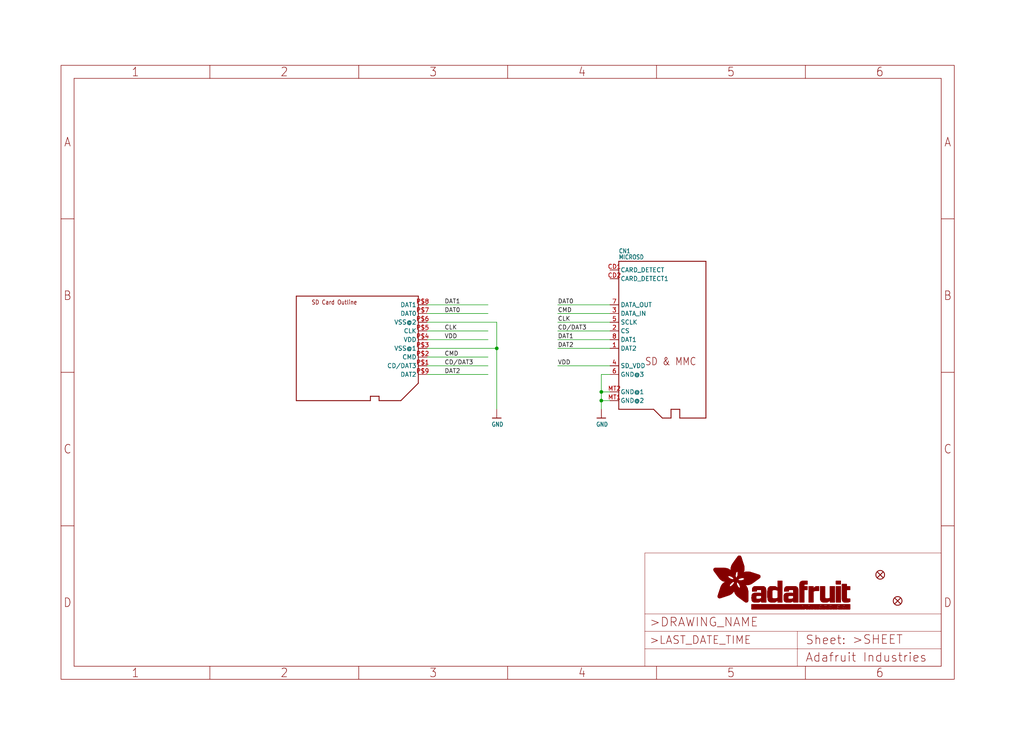
<source format=kicad_sch>
(kicad_sch (version 20211123) (generator eeschema)
  (paper "User" 298.45 217.881)
  (lib_symbols
    (symbol "schematicEagle-eagle-import:FIDUCIAL1X2.5")
    (symbol "schematicEagle-eagle-import:FRAME_A4_ADAFRUIT"
      (symbol "FRAME_A4_ADAFRUIT_0_0"
        (text "1" (at 21.6958 1.905 0) (effects (font (size 2.54 2.286))))
        (text "1" (at 21.6958 177.165 0) (effects (font (size 2.54 2.286))))
        (text "2" (at 65.0875 1.905 0) (effects (font (size 2.54 2.286))))
        (text "2" (at 65.0875 177.165 0) (effects (font (size 2.54 2.286))))
        (text "3" (at 108.4792 1.905 0) (effects (font (size 2.54 2.286))))
        (text "3" (at 108.4792 177.165 0) (effects (font (size 2.54 2.286))))
        (text "4" (at 151.8708 1.905 0) (effects (font (size 2.54 2.286))))
        (text "4" (at 151.8708 177.165 0) (effects (font (size 2.54 2.286))))
        (text "5" (at 195.2625 1.905 0) (effects (font (size 2.54 2.286))))
        (text "5" (at 195.2625 177.165 0) (effects (font (size 2.54 2.286))))
        (text "6" (at 238.6542 1.905 0) (effects (font (size 2.54 2.286))))
        (text "6" (at 238.6542 177.165 0) (effects (font (size 2.54 2.286))))
        (text "A" (at 1.905 156.6863 0) (effects (font (size 2.54 2.286))))
        (text "A" (at 258.445 156.6863 0) (effects (font (size 2.54 2.286))))
        (text "B" (at 1.905 111.9188 0) (effects (font (size 2.54 2.286))))
        (text "B" (at 258.445 111.9188 0) (effects (font (size 2.54 2.286))))
        (text "C" (at 1.905 67.1513 0) (effects (font (size 2.54 2.286))))
        (text "C" (at 258.445 67.1513 0) (effects (font (size 2.54 2.286))))
        (text "D" (at 1.905 22.3838 0) (effects (font (size 2.54 2.286))))
        (text "D" (at 258.445 22.3838 0) (effects (font (size 2.54 2.286))))
      )
      (symbol "FRAME_A4_ADAFRUIT_1_0"
        (text ">DRAWING_NAME" (at 171.45 15.24 0) (effects (font (size 2.54 2.54)) (justify left bottom)))
        (text ">LAST_DATE_TIME" (at 171.45 10.16 0) (effects (font (size 2.286 2.286)) (justify left bottom)))
        (text ">SHEET" (at 230.505 10.16 0) (effects (font (size 2.54 2.54)) (justify left bottom)))
        (text "Adafruit Industries" (at 216.916 4.953 0) (effects (font (size 2.54 2.54)) (justify left bottom)))
        (text "Sheet:" (at 216.916 10.033 0) (effects (font (size 2.54 2.54)) (justify left bottom)))
      )
    )
    (symbol "schematicEagle-eagle-import:GND" (power)
      (property "Value" "GND" (at -1.524 -2.54 0))
      (symbol "GND_1_0"
        (pin power_in line (at 0 2.54 270) (length 2.54) (name "GND") (number "1"))
      )
    )
    (symbol "schematicEagle-eagle-import:MICROSD"
      (property "Reference" "CN" (at -12.7 22.606 0))
      (property "Value" "MICROSD" (at -12.7 20.828 0))
      (symbol "MICROSD_1_0"
        (text "SD & MMC" (at -5.08 -10.16 0) (effects (font (size 2.1844 1.8567)) (justify left bottom)))
        (pin bidirectional line (at -15.24 -5.08 0) (length 2.54) (name "DAT2") (number "1"))
        (pin input line (at -15.24 0 0) (length 2.54) (name "CS") (number "2"))
        (pin input line (at -15.24 5.08 0) (length 2.54) (name "DATA_IN") (number "3"))
        (pin power_in line (at -15.24 -10.16 0) (length 2.54) (name "SD_VDD") (number "4"))
        (pin input line (at -15.24 2.54 0) (length 2.54) (name "SCLK") (number "5"))
        (pin power_in line (at -15.24 -12.7 0) (length 2.54) (name "GND@3") (number "6"))
        (pin output line (at -15.24 7.62 0) (length 2.54) (name "DATA_OUT") (number "7"))
        (pin bidirectional line (at -15.24 -2.54 0) (length 2.54) (name "DAT1") (number "8"))
        (pin passive line (at -15.24 17.78 0) (length 2.54) (name "CARD_DETECT") (number "CD1"))
        (pin passive line (at -15.24 15.24 0) (length 2.54) (name "CARD_DETECT1") (number "CD2"))
        (pin power_in line (at -15.24 -20.32 0) (length 2.54) (name "GND@2") (number "MT1"))
        (pin power_in line (at -15.24 -17.78 0) (length 2.54) (name "GND@1") (number "MT2"))
      )
    )
    (symbol "schematicEagle-eagle-import:SDCARD_PCBCARRIERTDOCU"
      (symbol "SDCARD_PCBCARRIERTDOCU_1_0"
        (text "SD Card Outline" (at 0 12.7 0) (effects (font (size 1.27 1.0795)) (justify left bottom)))
        (pin bidirectional line (at -20.32 -5.08 0) (length 2.54) (name "CD/DAT3") (number "P$1"))
        (pin bidirectional line (at -20.32 -2.54 0) (length 2.54) (name "CMD") (number "P$2"))
        (pin power_in line (at -20.32 0 0) (length 2.54) (name "VSS@1") (number "P$3"))
        (pin power_in line (at -20.32 2.54 0) (length 2.54) (name "VDD") (number "P$4"))
        (pin bidirectional line (at -20.32 5.08 0) (length 2.54) (name "CLK") (number "P$5"))
        (pin power_in line (at -20.32 7.62 0) (length 2.54) (name "VSS@2") (number "P$6"))
        (pin bidirectional line (at -20.32 10.16 0) (length 2.54) (name "DAT0") (number "P$7"))
        (pin bidirectional line (at -20.32 12.7 0) (length 2.54) (name "DAT1") (number "P$8"))
        (pin bidirectional line (at -20.32 -7.62 0) (length 2.54) (name "DAT2") (number "P$9"))
      )
    )
  )
  (junction (at 144.78 101.6))
  (junction (at 175.26 114.3))
  (junction (at 175.26 116.84))
  (wire (pts (xy 177.8 109.22) (xy 175.26 109.22)))
  (wire (pts (xy 177.8 93.98) (xy 162.56 93.98)))
  (wire (pts (xy 124.46 101.6) (xy 144.78 101.6)))
  (wire (pts (xy 177.8 99.06) (xy 162.56 99.06)))
  (wire (pts (xy 124.46 88.9) (xy 142.24 88.9)))
  (wire (pts (xy 124.46 109.22) (xy 142.24 109.22)))
  (wire (pts (xy 124.46 93.98) (xy 144.78 93.98)))
  (wire (pts (xy 177.8 101.6) (xy 162.56 101.6)))
  (wire (pts (xy 175.26 114.3) (xy 175.26 116.84)))
  (wire (pts (xy 177.8 88.9) (xy 162.56 88.9)))
  (wire (pts (xy 177.8 96.52) (xy 162.56 96.52)))
  (wire (pts (xy 144.78 93.98) (xy 144.78 101.6)))
  (wire (pts (xy 177.8 91.44) (xy 162.56 91.44)))
  (wire (pts (xy 124.46 104.14) (xy 142.24 104.14)))
  (wire (pts (xy 175.26 109.22) (xy 175.26 114.3)))
  (wire (pts (xy 124.46 91.44) (xy 142.24 91.44)))
  (wire (pts (xy 177.8 106.68) (xy 162.56 106.68)))
  (wire (pts (xy 144.78 101.6) (xy 144.78 119.38)))
  (wire (pts (xy 124.46 99.06) (xy 142.24 99.06)))
  (wire (pts (xy 124.46 96.52) (xy 142.24 96.52)))
  (wire (pts (xy 175.26 116.84) (xy 175.26 119.38)))
  (wire (pts (xy 124.46 106.68) (xy 142.24 106.68)))
  (wire (pts (xy 177.8 116.84) (xy 175.26 116.84)))
  (wire (pts (xy 177.8 114.3) (xy 175.26 114.3)))
  (label "CLK" (at 129.54 96.52 0) (effects (font (size 1.2446 1.2446))))
  (label "DAT2" (at 129.54 109.22 0) (effects (font (size 1.2446 1.2446))))
  (label "DAT0" (at 162.56 88.9 0) (effects (font (size 1.2446 1.2446))))
  (label "DAT1" (at 129.54 88.9 0) (effects (font (size 1.2446 1.2446))))
  (label "CD/DAT3" (at 162.56 96.52 0) (effects (font (size 1.2446 1.2446))))
  (label "VDD" (at 129.54 99.06 0) (effects (font (size 1.2446 1.2446))))
  (label "DAT1" (at 162.56 99.06 0) (effects (font (size 1.2446 1.2446))))
  (label "VDD" (at 162.56 106.68 0) (effects (font (size 1.2446 1.2446))))
  (label "DAT0" (at 129.54 91.44 0) (effects (font (size 1.2446 1.2446))))
  (label "CMD" (at 129.54 104.14 0) (effects (font (size 1.2446 1.2446))))
  (label "CLK" (at 162.56 93.98 0) (effects (font (size 1.2446 1.2446))))
  (label "CMD" (at 162.56 91.44 0) (effects (font (size 1.2446 1.2446))))
  (label "DAT2" (at 162.56 101.6 0) (effects (font (size 1.2446 1.2446))))
  (label "CD/DAT3" (at 129.54 106.68 0) (effects (font (size 1.2446 1.2446))))
  (symbol (lib_id "schematicEagle-eagle-import:FRAME_A4_ADAFRUIT") (at 17.78 198.12 0) (unit 1)
    (property "Reference" "#U$1" (effects hide))
    (property "Value" "FRAME_A4_ADAFRUIT" (effects hide))
    (property "Footprint" "schematicEagle:" (effects hide))
  )
  (symbol (lib_id "schematicEagle-eagle-import:MICROSD") (at 193.04 96.52 0) (unit 1)
    (property "Reference" "CN1" (at 180.34 73.914 0) (effects (font (size 1.27 1.0795)) (justify left bottom)))
    (property "Value" "MICROSD" (at 180.34 75.692 0) (effects (font (size 1.27 1.0795)) (justify left bottom)))
    (property "Footprint" "schematicEagle:MICROSD" (effects hide))
  )
  (symbol (lib_id "schematicEagle-eagle-import:FIDUCIAL1X2.5") (at 261.62 175.26 0) (unit 1)
    (property "Reference" "FID2" (effects hide))
    (property "Value" "FIDUCIAL1X2.5" (effects hide))
    (property "Footprint" "schematicEagle:FIDUCIAL-1X2.5" (effects hide))
  )
  (symbol (lib_id "schematicEagle-eagle-import:SDCARD_PCBCARRIERTDOCU") (at 104.14 101.6 0) (mirror y) (unit 1)
    (property "Reference" "U$2" (effects hide))
    (property "Value" "SDCARD_PCBCARRIERTDOCU" (effects hide))
    (property "Footprint" "schematicEagle:SDCARD_PCBCARRIER_DOCU" (effects hide))
  )
  (symbol (lib_id "schematicEagle-eagle-import:FIDUCIAL1X2.5") (at 256.54 167.64 0) (unit 1)
    (property "Reference" "FID1" (effects hide))
    (property "Value" "FIDUCIAL1X2.5" (effects hide))
    (property "Footprint" "schematicEagle:FIDUCIAL-1X2.5" (effects hide))
  )
  (symbol (lib_id "schematicEagle-eagle-import:GND") (at 175.26 121.92 0) (unit 1)
    (property "Reference" "#U$3" (effects hide))
    (property "Value" "GND" (at 173.736 124.46 0) (effects (font (size 1.27 1.0795)) (justify left bottom)))
    (property "Footprint" "schematicEagle:" (effects hide))
  )
  (symbol (lib_id "schematicEagle-eagle-import:GND") (at 144.78 121.92 0) (unit 1)
    (property "Reference" "#U$4" (effects hide))
    (property "Value" "GND" (at 143.256 124.46 0) (effects (font (size 1.27 1.0795)) (justify left bottom)))
    (property "Footprint" "schematicEagle:" (effects hide))
  )
)
</source>
